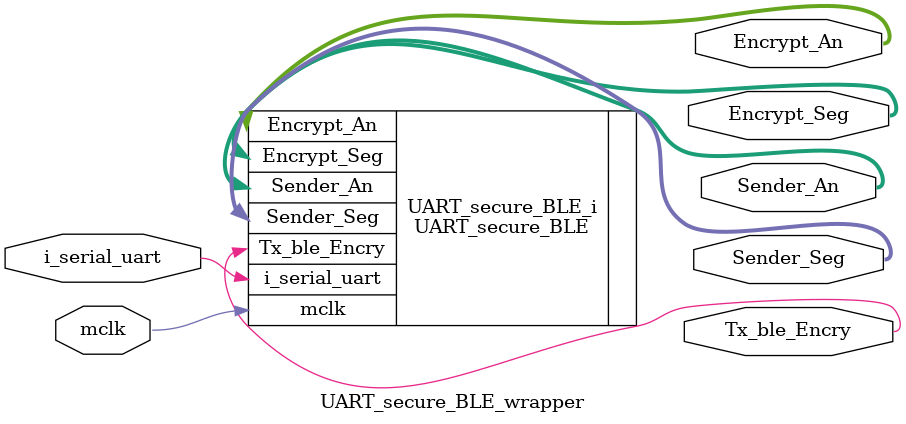
<source format=v>
`timescale 1 ps / 1 ps

module UART_secure_BLE_wrapper
   (Encrypt_An,
    Encrypt_Seg,
    Sender_An,
    Sender_Seg,
    Tx_ble_Encry,
    i_serial_uart,
    mclk);
  output [3:0]Encrypt_An;
  output [6:0]Encrypt_Seg;
  output [3:0]Sender_An;
  output [6:0]Sender_Seg;
  output Tx_ble_Encry;
  input i_serial_uart;
  input mclk;

  wire [3:0]Encrypt_An;
  wire [6:0]Encrypt_Seg;
  wire [3:0]Sender_An;
  wire [6:0]Sender_Seg;
  wire Tx_ble_Encry;
  wire i_serial_uart;
  wire mclk;

  UART_secure_BLE UART_secure_BLE_i
       (.Encrypt_An(Encrypt_An),
        .Encrypt_Seg(Encrypt_Seg),
        .Sender_An(Sender_An),
        .Sender_Seg(Sender_Seg),
        .Tx_ble_Encry(Tx_ble_Encry),
        .i_serial_uart(i_serial_uart),
        .mclk(mclk));
endmodule

</source>
